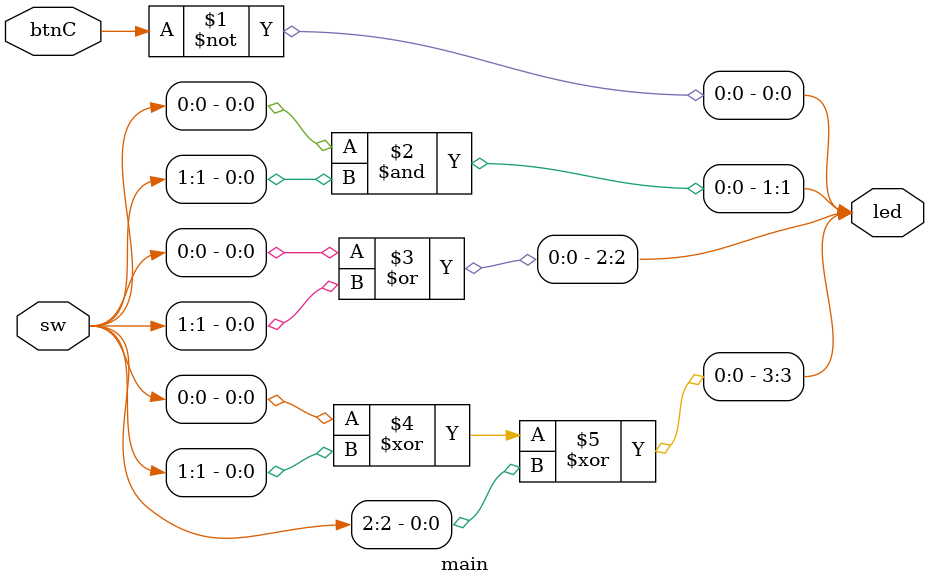
<source format=v>
`timescale 1ns / 1ps


module main(
        input [0:2] sw,
        input btnC,
        output [0:3] led
    );
    
    assign led[0] = ~btnC;
    assign led[1] = sw[0]&sw[1];
    assign led[2] = sw[0]|sw[1];
    assign led[3] = sw[0]^sw[1]^sw[2];
    
endmodule

</source>
